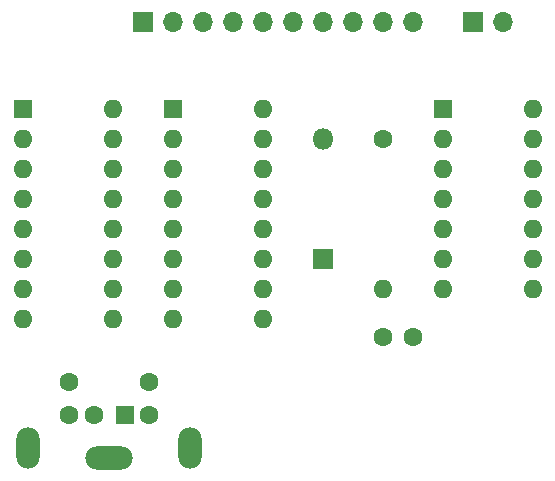
<source format=gbr>
%TF.GenerationSoftware,KiCad,Pcbnew,7.0.6*%
%TF.CreationDate,2023-07-08T15:34:54+08:00*%
%TF.ProjectId,KeyboardInterface,4b657962-6f61-4726-9449-6e7465726661,rev?*%
%TF.SameCoordinates,Original*%
%TF.FileFunction,Soldermask,Bot*%
%TF.FilePolarity,Negative*%
%FSLAX46Y46*%
G04 Gerber Fmt 4.6, Leading zero omitted, Abs format (unit mm)*
G04 Created by KiCad (PCBNEW 7.0.6) date 2023-07-08 15:34:54*
%MOMM*%
%LPD*%
G01*
G04 APERTURE LIST*
%ADD10C,1.600000*%
%ADD11R,1.700000X1.700000*%
%ADD12O,1.700000X1.700000*%
%ADD13R,1.600000X1.600000*%
%ADD14O,2.000000X3.500000*%
%ADD15O,4.000000X2.000000*%
%ADD16R,1.800000X1.800000*%
%ADD17O,1.800000X1.800000*%
%ADD18O,1.600000X1.600000*%
G04 APERTURE END LIST*
D10*
%TO.C,C1*%
X106720000Y-82550000D03*
X109220000Y-82550000D03*
%TD*%
D11*
%TO.C,J2*%
X86360000Y-55880000D03*
D12*
X88900000Y-55880000D03*
X91440000Y-55880000D03*
X93980000Y-55880000D03*
X96520000Y-55880000D03*
X99060000Y-55880000D03*
X101600000Y-55880000D03*
X104140000Y-55880000D03*
X106680000Y-55880000D03*
X109220000Y-55880000D03*
%TD*%
D13*
%TO.C,J1*%
X84836000Y-89154000D03*
D10*
X82236000Y-89154000D03*
X86936000Y-89154000D03*
X80136000Y-89154000D03*
X86936000Y-86354000D03*
X80136000Y-86354000D03*
D14*
X76686000Y-92004000D03*
D15*
X83536000Y-92804000D03*
D14*
X90386000Y-92004000D03*
%TD*%
D16*
%TO.C,D1*%
X101600000Y-75946000D03*
D17*
X101600000Y-65786000D03*
%TD*%
D11*
%TO.C,J3*%
X114300000Y-55880000D03*
D12*
X116840000Y-55880000D03*
%TD*%
D13*
%TO.C,U1*%
X111760000Y-63246000D03*
D18*
X111760000Y-65786000D03*
X111760000Y-68326000D03*
X111760000Y-70866000D03*
X111760000Y-73406000D03*
X111760000Y-75946000D03*
X111760000Y-78486000D03*
X119380000Y-78486000D03*
X119380000Y-75946000D03*
X119380000Y-73406000D03*
X119380000Y-70866000D03*
X119380000Y-68326000D03*
X119380000Y-65786000D03*
X119380000Y-63246000D03*
%TD*%
D10*
%TO.C,R1*%
X106680000Y-65786000D03*
D18*
X106680000Y-78486000D03*
%TD*%
D13*
%TO.C,U3*%
X88900000Y-63246000D03*
D18*
X88900000Y-65786000D03*
X88900000Y-68326000D03*
X88900000Y-70866000D03*
X88900000Y-73406000D03*
X88900000Y-75946000D03*
X88900000Y-78486000D03*
X88900000Y-81026000D03*
X96520000Y-81026000D03*
X96520000Y-78486000D03*
X96520000Y-75946000D03*
X96520000Y-73406000D03*
X96520000Y-70866000D03*
X96520000Y-68326000D03*
X96520000Y-65786000D03*
X96520000Y-63246000D03*
%TD*%
D13*
%TO.C,U2*%
X76200000Y-63246000D03*
D18*
X76200000Y-65786000D03*
X76200000Y-68326000D03*
X76200000Y-70866000D03*
X76200000Y-73406000D03*
X76200000Y-75946000D03*
X76200000Y-78486000D03*
X76200000Y-81026000D03*
X83820000Y-81026000D03*
X83820000Y-78486000D03*
X83820000Y-75946000D03*
X83820000Y-73406000D03*
X83820000Y-70866000D03*
X83820000Y-68326000D03*
X83820000Y-65786000D03*
X83820000Y-63246000D03*
%TD*%
M02*

</source>
